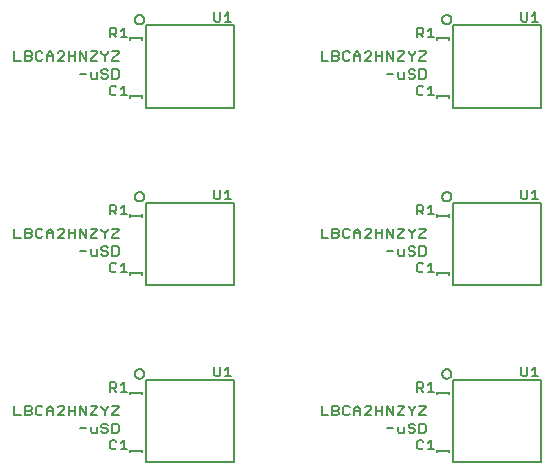
<source format=gto>
G75*
%MOIN*%
%OFA0B0*%
%FSLAX24Y24*%
%IPPOS*%
%LPD*%
%AMOC8*
5,1,8,0,0,1.08239X$1,22.5*
%
%ADD10C,0.0080*%
%ADD11C,0.0079*%
D10*
X006339Y008680D02*
X006548Y008680D01*
X006701Y008680D02*
X006858Y008680D01*
X006911Y008732D01*
X006911Y008784D01*
X006858Y008837D01*
X006701Y008837D01*
X006701Y008680D02*
X006701Y008994D01*
X006858Y008994D01*
X006911Y008941D01*
X006911Y008889D01*
X006858Y008837D01*
X007064Y008941D02*
X007116Y008994D01*
X007221Y008994D01*
X007273Y008941D01*
X007426Y008889D02*
X007531Y008994D01*
X007636Y008889D01*
X007636Y008680D01*
X007789Y008680D02*
X007998Y008889D01*
X007998Y008941D01*
X007946Y008994D01*
X007841Y008994D01*
X007789Y008941D01*
X007636Y008837D02*
X007426Y008837D01*
X007426Y008889D02*
X007426Y008680D01*
X007273Y008732D02*
X007221Y008680D01*
X007116Y008680D01*
X007064Y008732D01*
X007064Y008941D01*
X006339Y008994D02*
X006339Y008680D01*
X007789Y008680D02*
X007998Y008680D01*
X008151Y008680D02*
X008151Y008994D01*
X008151Y008837D02*
X008361Y008837D01*
X008361Y008994D02*
X008361Y008680D01*
X008514Y008680D02*
X008514Y008994D01*
X008723Y008680D01*
X008723Y008994D01*
X008876Y008994D02*
X009086Y008994D01*
X009086Y008941D01*
X008876Y008732D01*
X008876Y008680D01*
X009086Y008680D01*
X009344Y008680D02*
X009344Y008837D01*
X009448Y008941D01*
X009448Y008994D01*
X009602Y008994D02*
X009811Y008994D01*
X009811Y008941D01*
X009602Y008732D01*
X009602Y008680D01*
X009811Y008680D01*
X009758Y008403D02*
X009602Y008403D01*
X009602Y008089D01*
X009758Y008089D01*
X009811Y008142D01*
X009811Y008351D01*
X009758Y008403D01*
X009448Y008351D02*
X009396Y008403D01*
X009291Y008403D01*
X009239Y008351D01*
X009239Y008298D01*
X009291Y008246D01*
X009396Y008246D01*
X009448Y008194D01*
X009448Y008142D01*
X009396Y008089D01*
X009291Y008089D01*
X009239Y008142D01*
X009086Y008089D02*
X009086Y008298D01*
X009086Y008089D02*
X008929Y008089D01*
X008876Y008142D01*
X008876Y008298D01*
X008723Y008246D02*
X008514Y008246D01*
X009239Y008941D02*
X009239Y008994D01*
X009239Y008941D02*
X009344Y008837D01*
X009528Y009467D02*
X009528Y009781D01*
X009685Y009781D01*
X009737Y009729D01*
X009737Y009624D01*
X009685Y009572D01*
X009528Y009572D01*
X009633Y009572D02*
X009737Y009467D01*
X009890Y009467D02*
X010100Y009467D01*
X009995Y009467D02*
X009995Y009781D01*
X009890Y009676D01*
X009995Y007852D02*
X009890Y007747D01*
X009995Y007852D02*
X009995Y007538D01*
X009890Y007538D02*
X010100Y007538D01*
X009737Y007590D02*
X009685Y007538D01*
X009580Y007538D01*
X009528Y007590D01*
X009528Y007800D01*
X009580Y007852D01*
X009685Y007852D01*
X009737Y007800D01*
X012992Y010031D02*
X013045Y009979D01*
X013149Y009979D01*
X013202Y010031D01*
X013202Y010293D01*
X013355Y010188D02*
X013460Y010293D01*
X013460Y009979D01*
X013564Y009979D02*
X013355Y009979D01*
X012992Y010031D02*
X012992Y010293D01*
X010100Y013444D02*
X009890Y013444D01*
X009995Y013444D02*
X009995Y013757D01*
X009890Y013653D01*
X009737Y013705D02*
X009685Y013757D01*
X009580Y013757D01*
X009528Y013705D01*
X009528Y013496D01*
X009580Y013444D01*
X009685Y013444D01*
X009737Y013496D01*
X009758Y013995D02*
X009602Y013995D01*
X009602Y014309D01*
X009758Y014309D01*
X009811Y014256D01*
X009811Y014047D01*
X009758Y013995D01*
X009448Y014047D02*
X009396Y013995D01*
X009291Y013995D01*
X009239Y014047D01*
X009291Y014152D02*
X009396Y014152D01*
X009448Y014099D01*
X009448Y014047D01*
X009291Y014152D02*
X009239Y014204D01*
X009239Y014256D01*
X009291Y014309D01*
X009396Y014309D01*
X009448Y014256D01*
X009344Y014585D02*
X009344Y014742D01*
X009448Y014847D01*
X009448Y014899D01*
X009602Y014899D02*
X009811Y014899D01*
X009811Y014847D01*
X009602Y014638D01*
X009602Y014585D01*
X009811Y014585D01*
X009344Y014742D02*
X009239Y014847D01*
X009239Y014899D01*
X009086Y014899D02*
X009086Y014847D01*
X008876Y014638D01*
X008876Y014585D01*
X009086Y014585D01*
X009086Y014899D02*
X008876Y014899D01*
X008723Y014899D02*
X008723Y014585D01*
X008514Y014899D01*
X008514Y014585D01*
X008361Y014585D02*
X008361Y014899D01*
X008361Y014742D02*
X008151Y014742D01*
X008151Y014585D02*
X008151Y014899D01*
X007998Y014847D02*
X007946Y014899D01*
X007841Y014899D01*
X007789Y014847D01*
X007636Y014795D02*
X007636Y014585D01*
X007789Y014585D02*
X007998Y014795D01*
X007998Y014847D01*
X007998Y014585D02*
X007789Y014585D01*
X007636Y014742D02*
X007426Y014742D01*
X007426Y014795D02*
X007531Y014899D01*
X007636Y014795D01*
X007426Y014795D02*
X007426Y014585D01*
X007273Y014638D02*
X007221Y014585D01*
X007116Y014585D01*
X007064Y014638D01*
X007064Y014847D01*
X007116Y014899D01*
X007221Y014899D01*
X007273Y014847D01*
X006911Y014847D02*
X006911Y014795D01*
X006858Y014742D01*
X006701Y014742D01*
X006701Y014585D02*
X006701Y014899D01*
X006858Y014899D01*
X006911Y014847D01*
X006858Y014742D02*
X006911Y014690D01*
X006911Y014638D01*
X006858Y014585D01*
X006701Y014585D01*
X006548Y014585D02*
X006339Y014585D01*
X006339Y014899D01*
X008514Y014152D02*
X008723Y014152D01*
X008876Y014204D02*
X008876Y014047D01*
X008929Y013995D01*
X009086Y013995D01*
X009086Y014204D01*
X009528Y015373D02*
X009528Y015687D01*
X009685Y015687D01*
X009737Y015634D01*
X009737Y015530D01*
X009685Y015477D01*
X009528Y015477D01*
X009633Y015477D02*
X009737Y015373D01*
X009890Y015373D02*
X010100Y015373D01*
X009995Y015373D02*
X009995Y015687D01*
X009890Y015582D01*
X012992Y015937D02*
X013045Y015884D01*
X013149Y015884D01*
X013202Y015937D01*
X013202Y016198D01*
X013355Y016094D02*
X013460Y016198D01*
X013460Y015884D01*
X013564Y015884D02*
X013355Y015884D01*
X012992Y015937D02*
X012992Y016198D01*
X010100Y019349D02*
X009890Y019349D01*
X009995Y019349D02*
X009995Y019663D01*
X009890Y019558D01*
X009737Y019611D02*
X009685Y019663D01*
X009580Y019663D01*
X009528Y019611D01*
X009528Y019401D01*
X009580Y019349D01*
X009685Y019349D01*
X009737Y019401D01*
X009758Y019900D02*
X009602Y019900D01*
X009602Y020214D01*
X009758Y020214D01*
X009811Y020162D01*
X009811Y019953D01*
X009758Y019900D01*
X009448Y019953D02*
X009396Y019900D01*
X009291Y019900D01*
X009239Y019953D01*
X009291Y020057D02*
X009396Y020057D01*
X009448Y020005D01*
X009448Y019953D01*
X009291Y020057D02*
X009239Y020110D01*
X009239Y020162D01*
X009291Y020214D01*
X009396Y020214D01*
X009448Y020162D01*
X009344Y020491D02*
X009344Y020648D01*
X009448Y020752D01*
X009448Y020805D01*
X009602Y020805D02*
X009811Y020805D01*
X009811Y020752D01*
X009602Y020543D01*
X009602Y020491D01*
X009811Y020491D01*
X009344Y020648D02*
X009239Y020752D01*
X009239Y020805D01*
X009086Y020805D02*
X009086Y020752D01*
X008876Y020543D01*
X008876Y020491D01*
X009086Y020491D01*
X009086Y020805D02*
X008876Y020805D01*
X008723Y020805D02*
X008723Y020491D01*
X008514Y020805D01*
X008514Y020491D01*
X008361Y020491D02*
X008361Y020805D01*
X008361Y020648D02*
X008151Y020648D01*
X008151Y020491D02*
X008151Y020805D01*
X007998Y020752D02*
X007946Y020805D01*
X007841Y020805D01*
X007789Y020752D01*
X007636Y020700D02*
X007636Y020491D01*
X007789Y020491D02*
X007998Y020700D01*
X007998Y020752D01*
X007998Y020491D02*
X007789Y020491D01*
X007636Y020648D02*
X007426Y020648D01*
X007426Y020700D02*
X007426Y020491D01*
X007273Y020543D02*
X007221Y020491D01*
X007116Y020491D01*
X007064Y020543D01*
X007064Y020752D01*
X007116Y020805D01*
X007221Y020805D01*
X007273Y020752D01*
X007426Y020700D02*
X007531Y020805D01*
X007636Y020700D01*
X006911Y020700D02*
X006858Y020648D01*
X006701Y020648D01*
X006701Y020491D02*
X006701Y020805D01*
X006858Y020805D01*
X006911Y020752D01*
X006911Y020700D01*
X006858Y020648D02*
X006911Y020595D01*
X006911Y020543D01*
X006858Y020491D01*
X006701Y020491D01*
X006548Y020491D02*
X006339Y020491D01*
X006339Y020805D01*
X008514Y020057D02*
X008723Y020057D01*
X008876Y020110D02*
X008876Y019953D01*
X008929Y019900D01*
X009086Y019900D01*
X009086Y020110D01*
X009528Y021278D02*
X009528Y021592D01*
X009685Y021592D01*
X009737Y021540D01*
X009737Y021435D01*
X009685Y021383D01*
X009528Y021383D01*
X009633Y021383D02*
X009737Y021278D01*
X009890Y021278D02*
X010100Y021278D01*
X009995Y021278D02*
X009995Y021592D01*
X009890Y021487D01*
X012992Y021842D02*
X013045Y021790D01*
X013149Y021790D01*
X013202Y021842D01*
X013202Y022104D01*
X013355Y021999D02*
X013460Y022104D01*
X013460Y021790D01*
X013564Y021790D02*
X013355Y021790D01*
X012992Y021842D02*
X012992Y022104D01*
X016575Y020805D02*
X016575Y020491D01*
X016784Y020491D01*
X016938Y020491D02*
X016938Y020805D01*
X017095Y020805D01*
X017147Y020752D01*
X017147Y020700D01*
X017095Y020648D01*
X016938Y020648D01*
X017095Y020648D02*
X017147Y020595D01*
X017147Y020543D01*
X017095Y020491D01*
X016938Y020491D01*
X017300Y020543D02*
X017300Y020752D01*
X017352Y020805D01*
X017457Y020805D01*
X017509Y020752D01*
X017663Y020700D02*
X017663Y020491D01*
X017663Y020648D02*
X017872Y020648D01*
X017872Y020700D02*
X017872Y020491D01*
X018025Y020491D02*
X018234Y020700D01*
X018234Y020752D01*
X018182Y020805D01*
X018077Y020805D01*
X018025Y020752D01*
X017872Y020700D02*
X017767Y020805D01*
X017663Y020700D01*
X017509Y020543D02*
X017457Y020491D01*
X017352Y020491D01*
X017300Y020543D01*
X018025Y020491D02*
X018234Y020491D01*
X018388Y020491D02*
X018388Y020805D01*
X018388Y020648D02*
X018597Y020648D01*
X018597Y020805D02*
X018597Y020491D01*
X018750Y020491D02*
X018750Y020805D01*
X018959Y020491D01*
X018959Y020805D01*
X019113Y020805D02*
X019322Y020805D01*
X019322Y020752D01*
X019113Y020543D01*
X019113Y020491D01*
X019322Y020491D01*
X019580Y020491D02*
X019580Y020648D01*
X019685Y020752D01*
X019685Y020805D01*
X019838Y020805D02*
X020047Y020805D01*
X020047Y020752D01*
X019838Y020543D01*
X019838Y020491D01*
X020047Y020491D01*
X019995Y020214D02*
X019838Y020214D01*
X019838Y019900D01*
X019995Y019900D01*
X020047Y019953D01*
X020047Y020162D01*
X019995Y020214D01*
X019685Y020162D02*
X019632Y020214D01*
X019528Y020214D01*
X019475Y020162D01*
X019475Y020110D01*
X019528Y020057D01*
X019632Y020057D01*
X019685Y020005D01*
X019685Y019953D01*
X019632Y019900D01*
X019528Y019900D01*
X019475Y019953D01*
X019322Y019900D02*
X019322Y020110D01*
X019113Y020110D02*
X019113Y019953D01*
X019165Y019900D01*
X019322Y019900D01*
X019764Y019611D02*
X019764Y019401D01*
X019816Y019349D01*
X019921Y019349D01*
X019973Y019401D01*
X020127Y019349D02*
X020336Y019349D01*
X020231Y019349D02*
X020231Y019663D01*
X020127Y019558D01*
X019973Y019611D02*
X019921Y019663D01*
X019816Y019663D01*
X019764Y019611D01*
X018960Y020057D02*
X018750Y020057D01*
X019475Y020752D02*
X019580Y020648D01*
X019475Y020752D02*
X019475Y020805D01*
X019764Y021278D02*
X019764Y021592D01*
X019921Y021592D01*
X019973Y021540D01*
X019973Y021435D01*
X019921Y021383D01*
X019764Y021383D01*
X019869Y021383D02*
X019973Y021278D01*
X020127Y021278D02*
X020336Y021278D01*
X020231Y021278D02*
X020231Y021592D01*
X020127Y021487D01*
X023229Y021842D02*
X023281Y021790D01*
X023386Y021790D01*
X023438Y021842D01*
X023438Y022104D01*
X023591Y021999D02*
X023696Y022104D01*
X023696Y021790D01*
X023800Y021790D02*
X023591Y021790D01*
X023229Y021842D02*
X023229Y022104D01*
X023229Y016198D02*
X023229Y015937D01*
X023281Y015884D01*
X023386Y015884D01*
X023438Y015937D01*
X023438Y016198D01*
X023591Y016094D02*
X023696Y016198D01*
X023696Y015884D01*
X023800Y015884D02*
X023591Y015884D01*
X020336Y015373D02*
X020127Y015373D01*
X020231Y015373D02*
X020231Y015687D01*
X020127Y015582D01*
X019973Y015634D02*
X019921Y015687D01*
X019764Y015687D01*
X019764Y015373D01*
X019764Y015477D02*
X019921Y015477D01*
X019973Y015530D01*
X019973Y015634D01*
X019869Y015477D02*
X019973Y015373D01*
X020047Y014899D02*
X020047Y014847D01*
X019838Y014638D01*
X019838Y014585D01*
X020047Y014585D01*
X019995Y014309D02*
X019838Y014309D01*
X019838Y013995D01*
X019995Y013995D01*
X020047Y014047D01*
X020047Y014256D01*
X019995Y014309D01*
X019685Y014256D02*
X019632Y014309D01*
X019528Y014309D01*
X019475Y014256D01*
X019475Y014204D01*
X019528Y014152D01*
X019632Y014152D01*
X019685Y014099D01*
X019685Y014047D01*
X019632Y013995D01*
X019528Y013995D01*
X019475Y014047D01*
X019322Y013995D02*
X019322Y014204D01*
X019113Y014204D02*
X019113Y014047D01*
X019165Y013995D01*
X019322Y013995D01*
X019764Y013705D02*
X019764Y013496D01*
X019816Y013444D01*
X019921Y013444D01*
X019973Y013496D01*
X020127Y013444D02*
X020336Y013444D01*
X020231Y013444D02*
X020231Y013757D01*
X020127Y013653D01*
X019973Y013705D02*
X019921Y013757D01*
X019816Y013757D01*
X019764Y013705D01*
X019580Y014585D02*
X019580Y014742D01*
X019685Y014847D01*
X019685Y014899D01*
X019838Y014899D02*
X020047Y014899D01*
X019580Y014742D02*
X019475Y014847D01*
X019475Y014899D01*
X019322Y014899D02*
X019322Y014847D01*
X019113Y014638D01*
X019113Y014585D01*
X019322Y014585D01*
X019322Y014899D02*
X019113Y014899D01*
X018959Y014899D02*
X018959Y014585D01*
X018750Y014899D01*
X018750Y014585D01*
X018597Y014585D02*
X018597Y014899D01*
X018597Y014742D02*
X018388Y014742D01*
X018388Y014585D02*
X018388Y014899D01*
X018234Y014847D02*
X018182Y014899D01*
X018077Y014899D01*
X018025Y014847D01*
X017872Y014795D02*
X017872Y014585D01*
X018025Y014585D02*
X018234Y014795D01*
X018234Y014847D01*
X018234Y014585D02*
X018025Y014585D01*
X017872Y014742D02*
X017663Y014742D01*
X017663Y014795D02*
X017767Y014899D01*
X017872Y014795D01*
X017663Y014795D02*
X017663Y014585D01*
X017509Y014638D02*
X017457Y014585D01*
X017352Y014585D01*
X017300Y014638D01*
X017300Y014847D01*
X017352Y014899D01*
X017457Y014899D01*
X017509Y014847D01*
X017147Y014847D02*
X017147Y014795D01*
X017095Y014742D01*
X016938Y014742D01*
X017095Y014742D02*
X017147Y014690D01*
X017147Y014638D01*
X017095Y014585D01*
X016938Y014585D01*
X016938Y014899D01*
X017095Y014899D01*
X017147Y014847D01*
X016784Y014585D02*
X016575Y014585D01*
X016575Y014899D01*
X018750Y014152D02*
X018960Y014152D01*
X019764Y009781D02*
X019921Y009781D01*
X019973Y009729D01*
X019973Y009624D01*
X019921Y009572D01*
X019764Y009572D01*
X019869Y009572D02*
X019973Y009467D01*
X020127Y009467D02*
X020336Y009467D01*
X020231Y009467D02*
X020231Y009781D01*
X020127Y009676D01*
X019764Y009781D02*
X019764Y009467D01*
X019838Y008994D02*
X020047Y008994D01*
X020047Y008941D01*
X019838Y008732D01*
X019838Y008680D01*
X020047Y008680D01*
X019995Y008403D02*
X019838Y008403D01*
X019838Y008089D01*
X019995Y008089D01*
X020047Y008142D01*
X020047Y008351D01*
X019995Y008403D01*
X019685Y008351D02*
X019632Y008403D01*
X019528Y008403D01*
X019475Y008351D01*
X019475Y008298D01*
X019528Y008246D01*
X019632Y008246D01*
X019685Y008194D01*
X019685Y008142D01*
X019632Y008089D01*
X019528Y008089D01*
X019475Y008142D01*
X019322Y008089D02*
X019322Y008298D01*
X019322Y008089D02*
X019165Y008089D01*
X019113Y008142D01*
X019113Y008298D01*
X018960Y008246D02*
X018750Y008246D01*
X018750Y008680D02*
X018750Y008994D01*
X018959Y008680D01*
X018959Y008994D01*
X019113Y008994D02*
X019322Y008994D01*
X019322Y008941D01*
X019113Y008732D01*
X019113Y008680D01*
X019322Y008680D01*
X019580Y008680D02*
X019580Y008837D01*
X019685Y008941D01*
X019685Y008994D01*
X019580Y008837D02*
X019475Y008941D01*
X019475Y008994D01*
X018597Y008994D02*
X018597Y008680D01*
X018597Y008837D02*
X018388Y008837D01*
X018388Y008680D02*
X018388Y008994D01*
X018234Y008941D02*
X018182Y008994D01*
X018077Y008994D01*
X018025Y008941D01*
X017872Y008889D02*
X017872Y008680D01*
X018025Y008680D02*
X018234Y008889D01*
X018234Y008941D01*
X018234Y008680D02*
X018025Y008680D01*
X017872Y008837D02*
X017663Y008837D01*
X017663Y008889D02*
X017767Y008994D01*
X017872Y008889D01*
X017663Y008889D02*
X017663Y008680D01*
X017509Y008732D02*
X017457Y008680D01*
X017352Y008680D01*
X017300Y008732D01*
X017300Y008941D01*
X017352Y008994D01*
X017457Y008994D01*
X017509Y008941D01*
X017147Y008941D02*
X017095Y008994D01*
X016938Y008994D01*
X016938Y008680D01*
X017095Y008680D01*
X017147Y008732D01*
X017147Y008784D01*
X017095Y008837D01*
X016938Y008837D01*
X017095Y008837D02*
X017147Y008889D01*
X017147Y008941D01*
X016784Y008680D02*
X016575Y008680D01*
X016575Y008994D01*
X019764Y007800D02*
X019764Y007590D01*
X019816Y007538D01*
X019921Y007538D01*
X019973Y007590D01*
X020127Y007538D02*
X020336Y007538D01*
X020231Y007538D02*
X020231Y007852D01*
X020127Y007747D01*
X019973Y007800D02*
X019921Y007852D01*
X019816Y007852D01*
X019764Y007800D01*
X023229Y010031D02*
X023281Y009979D01*
X023386Y009979D01*
X023438Y010031D01*
X023438Y010293D01*
X023591Y010188D02*
X023696Y010293D01*
X023696Y009979D01*
X023800Y009979D02*
X023591Y009979D01*
X023229Y010031D02*
X023229Y010293D01*
D11*
X023897Y009860D02*
X020945Y009860D01*
X020945Y007104D01*
X023897Y007104D01*
X023897Y009860D01*
X020826Y009467D02*
X020826Y009427D01*
X020433Y009427D01*
X020433Y009467D01*
X020433Y009427D02*
X020433Y009388D01*
X020826Y009388D02*
X020826Y009427D01*
X020591Y010057D02*
X020593Y010082D01*
X020599Y010106D01*
X020608Y010128D01*
X020621Y010149D01*
X020637Y010168D01*
X020656Y010184D01*
X020677Y010197D01*
X020699Y010206D01*
X020723Y010212D01*
X020748Y010214D01*
X020773Y010212D01*
X020797Y010206D01*
X020819Y010197D01*
X020840Y010184D01*
X020859Y010168D01*
X020875Y010149D01*
X020888Y010128D01*
X020897Y010106D01*
X020903Y010082D01*
X020905Y010057D01*
X020903Y010032D01*
X020897Y010008D01*
X020888Y009986D01*
X020875Y009965D01*
X020859Y009946D01*
X020840Y009930D01*
X020819Y009917D01*
X020797Y009908D01*
X020773Y009902D01*
X020748Y009900D01*
X020723Y009902D01*
X020699Y009908D01*
X020677Y009917D01*
X020656Y009930D01*
X020637Y009946D01*
X020621Y009965D01*
X020608Y009986D01*
X020599Y010008D01*
X020593Y010032D01*
X020591Y010057D01*
X020433Y007537D02*
X020433Y007498D01*
X020826Y007498D01*
X020826Y007459D01*
X020826Y007498D02*
X020826Y007537D01*
X020433Y007498D02*
X020433Y007459D01*
X020945Y013010D02*
X020945Y015766D01*
X023897Y015766D01*
X023897Y013010D01*
X020945Y013010D01*
X020826Y013364D02*
X020826Y013404D01*
X020433Y013404D01*
X020433Y013364D01*
X020433Y013404D02*
X020433Y013443D01*
X020826Y013443D02*
X020826Y013404D01*
X020826Y015293D02*
X020826Y015333D01*
X020433Y015333D01*
X020433Y015372D01*
X020433Y015333D02*
X020433Y015293D01*
X020826Y015333D02*
X020826Y015372D01*
X020591Y015963D02*
X020593Y015988D01*
X020599Y016012D01*
X020608Y016034D01*
X020621Y016055D01*
X020637Y016074D01*
X020656Y016090D01*
X020677Y016103D01*
X020699Y016112D01*
X020723Y016118D01*
X020748Y016120D01*
X020773Y016118D01*
X020797Y016112D01*
X020819Y016103D01*
X020840Y016090D01*
X020859Y016074D01*
X020875Y016055D01*
X020888Y016034D01*
X020897Y016012D01*
X020903Y015988D01*
X020905Y015963D01*
X020903Y015938D01*
X020897Y015914D01*
X020888Y015892D01*
X020875Y015871D01*
X020859Y015852D01*
X020840Y015836D01*
X020819Y015823D01*
X020797Y015814D01*
X020773Y015808D01*
X020748Y015806D01*
X020723Y015808D01*
X020699Y015814D01*
X020677Y015823D01*
X020656Y015836D01*
X020637Y015852D01*
X020621Y015871D01*
X020608Y015892D01*
X020599Y015914D01*
X020593Y015938D01*
X020591Y015963D01*
X020945Y018915D02*
X020945Y021671D01*
X023897Y021671D01*
X023897Y018915D01*
X020945Y018915D01*
X020826Y019270D02*
X020826Y019309D01*
X020433Y019309D01*
X020433Y019270D01*
X020433Y019309D02*
X020433Y019348D01*
X020826Y019348D02*
X020826Y019309D01*
X020826Y021199D02*
X020826Y021238D01*
X020433Y021238D01*
X020433Y021278D01*
X020433Y021238D02*
X020433Y021199D01*
X020826Y021238D02*
X020826Y021278D01*
X020591Y021868D02*
X020593Y021893D01*
X020599Y021917D01*
X020608Y021939D01*
X020621Y021960D01*
X020637Y021979D01*
X020656Y021995D01*
X020677Y022008D01*
X020699Y022017D01*
X020723Y022023D01*
X020748Y022025D01*
X020773Y022023D01*
X020797Y022017D01*
X020819Y022008D01*
X020840Y021995D01*
X020859Y021979D01*
X020875Y021960D01*
X020888Y021939D01*
X020897Y021917D01*
X020903Y021893D01*
X020905Y021868D01*
X020903Y021843D01*
X020897Y021819D01*
X020888Y021797D01*
X020875Y021776D01*
X020859Y021757D01*
X020840Y021741D01*
X020819Y021728D01*
X020797Y021719D01*
X020773Y021713D01*
X020748Y021711D01*
X020723Y021713D01*
X020699Y021719D01*
X020677Y021728D01*
X020656Y021741D01*
X020637Y021757D01*
X020621Y021776D01*
X020608Y021797D01*
X020599Y021819D01*
X020593Y021843D01*
X020591Y021868D01*
X013661Y021671D02*
X013661Y018915D01*
X010708Y018915D01*
X010708Y021671D01*
X013661Y021671D01*
X010590Y021278D02*
X010590Y021238D01*
X010197Y021238D01*
X010197Y021278D01*
X010197Y021238D02*
X010197Y021199D01*
X010590Y021199D02*
X010590Y021238D01*
X010354Y021868D02*
X010356Y021893D01*
X010362Y021917D01*
X010371Y021939D01*
X010384Y021960D01*
X010400Y021979D01*
X010419Y021995D01*
X010440Y022008D01*
X010462Y022017D01*
X010486Y022023D01*
X010511Y022025D01*
X010536Y022023D01*
X010560Y022017D01*
X010582Y022008D01*
X010603Y021995D01*
X010622Y021979D01*
X010638Y021960D01*
X010651Y021939D01*
X010660Y021917D01*
X010666Y021893D01*
X010668Y021868D01*
X010666Y021843D01*
X010660Y021819D01*
X010651Y021797D01*
X010638Y021776D01*
X010622Y021757D01*
X010603Y021741D01*
X010582Y021728D01*
X010560Y021719D01*
X010536Y021713D01*
X010511Y021711D01*
X010486Y021713D01*
X010462Y021719D01*
X010440Y021728D01*
X010419Y021741D01*
X010400Y021757D01*
X010384Y021776D01*
X010371Y021797D01*
X010362Y021819D01*
X010356Y021843D01*
X010354Y021868D01*
X010197Y019348D02*
X010197Y019309D01*
X010590Y019309D01*
X010590Y019270D01*
X010590Y019309D02*
X010590Y019348D01*
X010197Y019309D02*
X010197Y019270D01*
X010354Y015963D02*
X010356Y015988D01*
X010362Y016012D01*
X010371Y016034D01*
X010384Y016055D01*
X010400Y016074D01*
X010419Y016090D01*
X010440Y016103D01*
X010462Y016112D01*
X010486Y016118D01*
X010511Y016120D01*
X010536Y016118D01*
X010560Y016112D01*
X010582Y016103D01*
X010603Y016090D01*
X010622Y016074D01*
X010638Y016055D01*
X010651Y016034D01*
X010660Y016012D01*
X010666Y015988D01*
X010668Y015963D01*
X010666Y015938D01*
X010660Y015914D01*
X010651Y015892D01*
X010638Y015871D01*
X010622Y015852D01*
X010603Y015836D01*
X010582Y015823D01*
X010560Y015814D01*
X010536Y015808D01*
X010511Y015806D01*
X010486Y015808D01*
X010462Y015814D01*
X010440Y015823D01*
X010419Y015836D01*
X010400Y015852D01*
X010384Y015871D01*
X010371Y015892D01*
X010362Y015914D01*
X010356Y015938D01*
X010354Y015963D01*
X010708Y015766D02*
X010708Y013010D01*
X013661Y013010D01*
X013661Y015766D01*
X010708Y015766D01*
X010590Y015372D02*
X010590Y015333D01*
X010197Y015333D01*
X010197Y015372D01*
X010197Y015333D02*
X010197Y015293D01*
X010590Y015293D02*
X010590Y015333D01*
X010590Y013443D02*
X010590Y013404D01*
X010197Y013404D01*
X010197Y013364D01*
X010197Y013404D02*
X010197Y013443D01*
X010590Y013404D02*
X010590Y013364D01*
X010354Y010057D02*
X010356Y010082D01*
X010362Y010106D01*
X010371Y010128D01*
X010384Y010149D01*
X010400Y010168D01*
X010419Y010184D01*
X010440Y010197D01*
X010462Y010206D01*
X010486Y010212D01*
X010511Y010214D01*
X010536Y010212D01*
X010560Y010206D01*
X010582Y010197D01*
X010603Y010184D01*
X010622Y010168D01*
X010638Y010149D01*
X010651Y010128D01*
X010660Y010106D01*
X010666Y010082D01*
X010668Y010057D01*
X010666Y010032D01*
X010660Y010008D01*
X010651Y009986D01*
X010638Y009965D01*
X010622Y009946D01*
X010603Y009930D01*
X010582Y009917D01*
X010560Y009908D01*
X010536Y009902D01*
X010511Y009900D01*
X010486Y009902D01*
X010462Y009908D01*
X010440Y009917D01*
X010419Y009930D01*
X010400Y009946D01*
X010384Y009965D01*
X010371Y009986D01*
X010362Y010008D01*
X010356Y010032D01*
X010354Y010057D01*
X010708Y009860D02*
X010708Y007104D01*
X013661Y007104D01*
X013661Y009860D01*
X010708Y009860D01*
X010590Y009467D02*
X010590Y009427D01*
X010197Y009427D01*
X010197Y009467D01*
X010197Y009427D02*
X010197Y009388D01*
X010590Y009388D02*
X010590Y009427D01*
X010590Y007537D02*
X010590Y007498D01*
X010197Y007498D01*
X010197Y007459D01*
X010197Y007498D02*
X010197Y007537D01*
X010590Y007498D02*
X010590Y007459D01*
M02*

</source>
